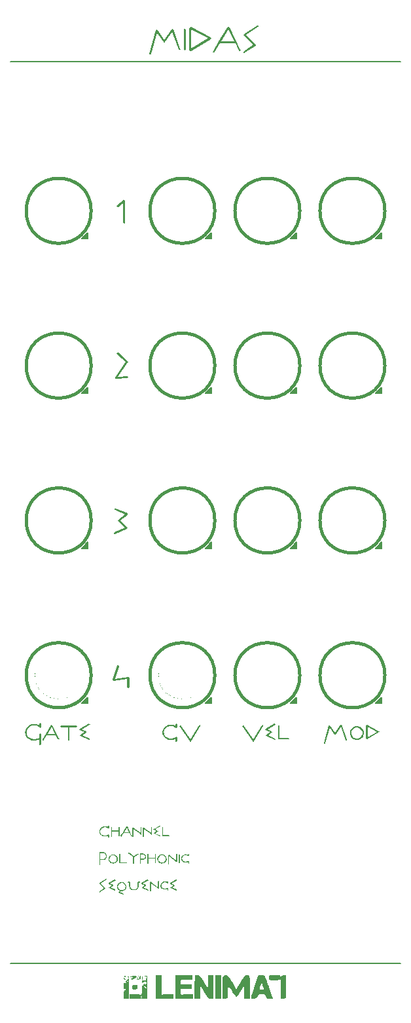
<source format=gto>
G04 #@! TF.GenerationSoftware,KiCad,Pcbnew,8.0.5*
G04 #@! TF.CreationDate,2024-11-24T11:51:28+01:00*
G04 #@! TF.ProjectId,midi-2-cv-panel,6d696469-2d32-42d6-9376-2d70616e656c,rev?*
G04 #@! TF.SameCoordinates,Original*
G04 #@! TF.FileFunction,Legend,Top*
G04 #@! TF.FilePolarity,Positive*
%FSLAX46Y46*%
G04 Gerber Fmt 4.6, Leading zero omitted, Abs format (unit mm)*
G04 Created by KiCad (PCBNEW 8.0.5) date 2024-11-24 11:51:28*
%MOMM*%
%LPD*%
G01*
G04 APERTURE LIST*
%ADD10C,0.150000*%
%ADD11C,0.400000*%
%ADD12C,0.000000*%
%ADD13C,6.200000*%
%ADD14O,7.000000X3.200000*%
%ADD15C,6.500000*%
%ADD16C,3.200000*%
%ADD17C,16.200000*%
G04 APERTURE END LIST*
D10*
X50000000Y-56000000D02*
X100500000Y-56000000D01*
X59250000Y-135250000D02*
G75*
G02*
X53250000Y-135250000I-3000000J0D01*
G01*
X53250000Y-135250000D02*
G75*
G02*
X59250000Y-135250000I3000000J0D01*
G01*
X75250000Y-135250000D02*
G75*
G02*
X69250000Y-135250000I-3000000J0D01*
G01*
X69250000Y-135250000D02*
G75*
G02*
X75250000Y-135250000I3000000J0D01*
G01*
X50000000Y-172500000D02*
X100500000Y-172500000D01*
G36*
X62765666Y-156158534D02*
G01*
X62701186Y-156222526D01*
X62636706Y-156154138D01*
X62636706Y-155958255D01*
X62539894Y-156005485D01*
X62439968Y-156039221D01*
X62336928Y-156059463D01*
X62230774Y-156066210D01*
X62124259Y-156059856D01*
X62023068Y-156040794D01*
X61927201Y-156009023D01*
X61836658Y-155964544D01*
X61751438Y-155907357D01*
X61724214Y-155885471D01*
X61648016Y-155809169D01*
X61587583Y-155726446D01*
X61542916Y-155637299D01*
X61514013Y-155541729D01*
X61500875Y-155439737D01*
X61500000Y-155404312D01*
X61507882Y-155302045D01*
X61531530Y-155206269D01*
X61579044Y-155102736D01*
X61636849Y-155021025D01*
X61710420Y-154945806D01*
X61724214Y-154933900D01*
X61807660Y-154872477D01*
X61896429Y-154823762D01*
X61990521Y-154787755D01*
X62089938Y-154764457D01*
X62194678Y-154753867D01*
X62230774Y-154753161D01*
X62336928Y-154759877D01*
X62439968Y-154780027D01*
X62539894Y-154813611D01*
X62636706Y-154860628D01*
X62636706Y-154699427D01*
X62701186Y-154628108D01*
X62765666Y-154694542D01*
X62765666Y-154971025D01*
X62698255Y-155034528D01*
X62659176Y-155022316D01*
X62577401Y-154966167D01*
X62488941Y-154923808D01*
X62393795Y-154895241D01*
X62291965Y-154880465D01*
X62230774Y-154878213D01*
X62130643Y-154885249D01*
X62022734Y-154910520D01*
X61921785Y-154954171D01*
X61839165Y-155007442D01*
X61816538Y-155025247D01*
X61743449Y-155097669D01*
X61681899Y-155188222D01*
X61643797Y-155287079D01*
X61629143Y-155394241D01*
X61628960Y-155408220D01*
X61637936Y-155506468D01*
X61670176Y-155609706D01*
X61725863Y-155703297D01*
X61793824Y-155777275D01*
X61816538Y-155797055D01*
X61896634Y-155853204D01*
X61995384Y-155900488D01*
X62101828Y-155929759D01*
X62201278Y-155940595D01*
X62230774Y-155941158D01*
X62337427Y-155934519D01*
X62436833Y-155914604D01*
X62528993Y-155881412D01*
X62625446Y-155827221D01*
X62659176Y-155802428D01*
X62698255Y-155784842D01*
X62765666Y-155851765D01*
X62765666Y-156158534D01*
G37*
G36*
X64074808Y-156017362D02*
G01*
X64016189Y-155953859D01*
X64016189Y-155440949D01*
X63173063Y-155440949D01*
X63173063Y-156033482D01*
X63108583Y-156097473D01*
X63041660Y-156032993D01*
X63041660Y-154848904D01*
X63108583Y-154784424D01*
X63173063Y-154850369D01*
X63173063Y-155315896D01*
X64016189Y-155315896D01*
X64016189Y-154852812D01*
X64074808Y-154784424D01*
X64142219Y-154849881D01*
X64142219Y-155951905D01*
X64074808Y-156017362D01*
G37*
G36*
X65154849Y-154820083D02*
G01*
X65711723Y-155938715D01*
X65722958Y-155972421D01*
X65680949Y-156022735D01*
X65641870Y-156031039D01*
X65596929Y-155990495D01*
X65431821Y-155659790D01*
X64642428Y-155659790D01*
X64387438Y-156064256D01*
X64334193Y-156097473D01*
X64285833Y-156077934D01*
X64258967Y-156037390D01*
X64272644Y-156003196D01*
X64569876Y-155534738D01*
X64726448Y-155534738D01*
X65367341Y-155534738D01*
X65087438Y-154959302D01*
X64726448Y-155534738D01*
X64569876Y-155534738D01*
X65040055Y-154793705D01*
X65090369Y-154784424D01*
X65154849Y-154820083D01*
G37*
G36*
X66847452Y-155832226D02*
G01*
X65920307Y-155106336D01*
X65920307Y-156095031D01*
X65855826Y-156160000D01*
X65788904Y-156095519D01*
X65788904Y-154975910D01*
X65856315Y-154913872D01*
X65895394Y-154928039D01*
X66822051Y-155653440D01*
X66822051Y-154850369D01*
X66886531Y-154784424D01*
X66953942Y-154849881D01*
X66953942Y-155783866D01*
X66889462Y-155846392D01*
X66847452Y-155832226D01*
G37*
G36*
X68207397Y-155832226D02*
G01*
X67280251Y-155106336D01*
X67280251Y-156095031D01*
X67215771Y-156160000D01*
X67148848Y-156095519D01*
X67148848Y-154975910D01*
X67216259Y-154913872D01*
X67255338Y-154928039D01*
X68181995Y-155653440D01*
X68181995Y-154850369D01*
X68246475Y-154784424D01*
X68313886Y-154849881D01*
X68313886Y-155783866D01*
X68249406Y-155846392D01*
X68207397Y-155832226D01*
G37*
G36*
X69326517Y-156052044D02*
G01*
X68606978Y-155739902D01*
X68567411Y-155682260D01*
X68589881Y-155635366D01*
X68928890Y-155404312D01*
X68539567Y-155202079D01*
X68508792Y-155150788D01*
X68539567Y-155099009D01*
X69318213Y-154678911D01*
X69360223Y-154659371D01*
X69410537Y-154696008D01*
X69421772Y-154736064D01*
X69385136Y-154786866D01*
X68712979Y-155148346D01*
X69085694Y-155339832D01*
X69119399Y-155393077D01*
X69093998Y-155445833D01*
X68763782Y-155672002D01*
X69376831Y-155936273D01*
X69418841Y-155984145D01*
X69410537Y-156018339D01*
X69362665Y-156066210D01*
X69326517Y-156052044D01*
G37*
G36*
X70532100Y-156034947D02*
G01*
X69684089Y-156034947D01*
X69616678Y-155970956D01*
X69616678Y-154848415D01*
X69683600Y-154784424D01*
X69748080Y-154848904D01*
X69748080Y-155909895D01*
X70532100Y-155909895D01*
X70599511Y-155972421D01*
X70532100Y-156034947D01*
G37*
G36*
X65380252Y-136782016D02*
G01*
X65246406Y-136910000D01*
X65117446Y-136781039D01*
X65117446Y-135756196D01*
X63364760Y-135969176D01*
X63271947Y-135935959D01*
X63229938Y-135840216D01*
X63235799Y-135806999D01*
X63834683Y-134009371D01*
X63930426Y-133908743D01*
X63997837Y-133920467D01*
X64075995Y-134093391D01*
X63543545Y-135695624D01*
X65234683Y-135489483D01*
X65329449Y-135517815D01*
X65380252Y-135617466D01*
X65380252Y-136782016D01*
G37*
G36*
X71569295Y-143742801D02*
G01*
X71472575Y-143838789D01*
X71375855Y-143736207D01*
X71375855Y-143442383D01*
X71230637Y-143513228D01*
X71080748Y-143563832D01*
X70926188Y-143594195D01*
X70766957Y-143604316D01*
X70607185Y-143594784D01*
X70455399Y-143566191D01*
X70311598Y-143518535D01*
X70175783Y-143451816D01*
X70047953Y-143366036D01*
X70007118Y-143333206D01*
X69892821Y-143218754D01*
X69802171Y-143094669D01*
X69735170Y-142960948D01*
X69691816Y-142817594D01*
X69672109Y-142664606D01*
X69670796Y-142611468D01*
X69682619Y-142458068D01*
X69718091Y-142314404D01*
X69789362Y-142159104D01*
X69876070Y-142036538D01*
X69986426Y-141923709D01*
X70007118Y-141905851D01*
X70132286Y-141813716D01*
X70265439Y-141740643D01*
X70406578Y-141686633D01*
X70555703Y-141651686D01*
X70712813Y-141635800D01*
X70766957Y-141634741D01*
X70926188Y-141644816D01*
X71080748Y-141675041D01*
X71230637Y-141725416D01*
X71375855Y-141795942D01*
X71375855Y-141554141D01*
X71472575Y-141447163D01*
X71569295Y-141546814D01*
X71569295Y-141961538D01*
X71468179Y-142056793D01*
X71409560Y-142038475D01*
X71286898Y-141954250D01*
X71154207Y-141890713D01*
X71011489Y-141847862D01*
X70858743Y-141825697D01*
X70766957Y-141822320D01*
X70616761Y-141832874D01*
X70454897Y-141870781D01*
X70303474Y-141936257D01*
X70179544Y-142016164D01*
X70145604Y-142042871D01*
X70035969Y-142151504D01*
X69943645Y-142287333D01*
X69886492Y-142435619D01*
X69864511Y-142596362D01*
X69864236Y-142617330D01*
X69877700Y-142764702D01*
X69926060Y-142919559D01*
X70009591Y-143059946D01*
X70111532Y-143170912D01*
X70145604Y-143200582D01*
X70265747Y-143284807D01*
X70413872Y-143355732D01*
X70573539Y-143399639D01*
X70722713Y-143415893D01*
X70766957Y-143416737D01*
X70926936Y-143406779D01*
X71076046Y-143376906D01*
X71214286Y-143327118D01*
X71358966Y-143245831D01*
X71409560Y-143208642D01*
X71468179Y-143182264D01*
X71569295Y-143282648D01*
X71569295Y-143742801D01*
G37*
G36*
X74574948Y-141809131D02*
G01*
X73382066Y-143745000D01*
X73302198Y-143838789D01*
X73222331Y-143791161D01*
X71920272Y-141892662D01*
X71895359Y-141817191D01*
X71945918Y-141724867D01*
X72012596Y-141681636D01*
X72080007Y-141787882D01*
X73293405Y-143520052D01*
X74402756Y-141717540D01*
X74482624Y-141681636D01*
X74536846Y-141699221D01*
X74595464Y-141764434D01*
X74574948Y-141809131D01*
G37*
G36*
X82704117Y-141809131D02*
G01*
X81511235Y-143745000D01*
X81431368Y-143838789D01*
X81351500Y-143791161D01*
X80049442Y-141892662D01*
X80024529Y-141817191D01*
X80075087Y-141724867D01*
X80141766Y-141681636D01*
X80209177Y-141787882D01*
X81422575Y-143520052D01*
X82531926Y-141717540D01*
X82611794Y-141681636D01*
X82666015Y-141699221D01*
X82724634Y-141764434D01*
X82704117Y-141809131D01*
G37*
G36*
X84184962Y-143583066D02*
G01*
X83105653Y-143114853D01*
X83046302Y-143028391D01*
X83080007Y-142958049D01*
X83588521Y-142611468D01*
X83004536Y-142308119D01*
X82958374Y-142231182D01*
X83004536Y-142153513D01*
X84172505Y-141523367D01*
X84235520Y-141494057D01*
X84310991Y-141549012D01*
X84327844Y-141609096D01*
X84272889Y-141685300D01*
X83264655Y-142227519D01*
X83823727Y-142514748D01*
X83874285Y-142594616D01*
X83836183Y-142673750D01*
X83340858Y-143013004D01*
X84260433Y-143409410D01*
X84323447Y-143481217D01*
X84310991Y-143532508D01*
X84239184Y-143604316D01*
X84184962Y-143583066D01*
G37*
G36*
X85993336Y-143557421D02*
G01*
X84721319Y-143557421D01*
X84620202Y-143461434D01*
X84620202Y-141777623D01*
X84720586Y-141681636D01*
X84817306Y-141778356D01*
X84817306Y-143369842D01*
X85993336Y-143369842D01*
X86094452Y-143463632D01*
X85993336Y-143557421D01*
G37*
G36*
X53952896Y-144161189D02*
G01*
X53856908Y-144260840D01*
X53760188Y-144164120D01*
X53760188Y-143510526D01*
X53620345Y-143583616D01*
X53476505Y-143638754D01*
X53328668Y-143675940D01*
X53176833Y-143695174D01*
X53088276Y-143698105D01*
X52918758Y-143687466D01*
X52756968Y-143655549D01*
X52602906Y-143602355D01*
X52456573Y-143527883D01*
X52317967Y-143432133D01*
X52273482Y-143395488D01*
X52168149Y-143292148D01*
X52065315Y-143158882D01*
X51988189Y-143015520D01*
X51936773Y-142862059D01*
X51911064Y-142698500D01*
X51907851Y-142612934D01*
X51920705Y-142446198D01*
X51959267Y-142289457D01*
X52023539Y-142142711D01*
X52113518Y-142005960D01*
X52229206Y-141879204D01*
X52273482Y-141839173D01*
X52408396Y-141737824D01*
X52551553Y-141657444D01*
X52702953Y-141598033D01*
X52862596Y-141559591D01*
X53030482Y-141542117D01*
X53088276Y-141540952D01*
X53252412Y-141549928D01*
X53406942Y-141576856D01*
X53551864Y-141621735D01*
X53687179Y-141684567D01*
X53760188Y-141728531D01*
X53760188Y-141490394D01*
X53856908Y-141400268D01*
X53952896Y-141499919D01*
X53952896Y-141952745D01*
X53860572Y-142056793D01*
X53793161Y-142028217D01*
X53682651Y-141929358D01*
X53541090Y-141839875D01*
X53385924Y-141778230D01*
X53242098Y-141747550D01*
X53088276Y-141737323D01*
X52925182Y-141748789D01*
X52770573Y-141783185D01*
X52624448Y-141840511D01*
X52486809Y-141920769D01*
X52411968Y-141976926D01*
X52290913Y-142096197D01*
X52199591Y-142226408D01*
X52138002Y-142367559D01*
X52106145Y-142519648D01*
X52101291Y-142611468D01*
X52116157Y-142774377D01*
X52160756Y-142925225D01*
X52235088Y-143064011D01*
X52339153Y-143190736D01*
X52411968Y-143257735D01*
X52544758Y-143352809D01*
X52686034Y-143424531D01*
X52835795Y-143472902D01*
X52994040Y-143497921D01*
X53088276Y-143501734D01*
X53253915Y-143490058D01*
X53409105Y-143455031D01*
X53553847Y-143396652D01*
X53688140Y-143314922D01*
X53760188Y-143257735D01*
X53760188Y-142879647D01*
X53856908Y-142782927D01*
X53952896Y-142878182D01*
X53952896Y-144161189D01*
G37*
G36*
X55473308Y-141735125D02*
G01*
X56308618Y-143413073D01*
X56325471Y-143463632D01*
X56262456Y-143539103D01*
X56203838Y-143551559D01*
X56136427Y-143490743D01*
X55888765Y-142994685D01*
X54704675Y-142994685D01*
X54322191Y-143601385D01*
X54242324Y-143651210D01*
X54169784Y-143621901D01*
X54129483Y-143561085D01*
X54150000Y-143509794D01*
X54595848Y-142807107D01*
X54830705Y-142807107D01*
X55792044Y-142807107D01*
X55372191Y-141943953D01*
X54830705Y-142807107D01*
X54595848Y-142807107D01*
X55301116Y-141695558D01*
X55376587Y-141681636D01*
X55473308Y-141735125D01*
G37*
G36*
X58541242Y-141963004D02*
G01*
X57663433Y-141963004D01*
X57663433Y-143596256D01*
X57566713Y-143698105D01*
X57466329Y-143596256D01*
X57466329Y-141963004D01*
X56525506Y-141963004D01*
X56424389Y-141867016D01*
X56525506Y-141775425D01*
X58541242Y-141775425D01*
X58637962Y-141867016D01*
X58541242Y-141963004D01*
G37*
G36*
X60156908Y-143583066D02*
G01*
X59077599Y-143114853D01*
X59018248Y-143028391D01*
X59051954Y-142958049D01*
X59560467Y-142611468D01*
X58976483Y-142308119D01*
X58930321Y-142231182D01*
X58976483Y-142153513D01*
X60144452Y-141523367D01*
X60207467Y-141494057D01*
X60282938Y-141549012D01*
X60299790Y-141609096D01*
X60244836Y-141685300D01*
X59236601Y-142227519D01*
X59795673Y-142514748D01*
X59846232Y-142594616D01*
X59808130Y-142673750D01*
X59312805Y-143013004D01*
X60232379Y-143409410D01*
X60295394Y-143481217D01*
X60282938Y-143532508D01*
X60211130Y-143604316D01*
X60156908Y-143583066D01*
G37*
G36*
X65203420Y-94815373D02*
G01*
X63920656Y-96680411D01*
X65152617Y-96597369D01*
X65281578Y-96713628D01*
X65152617Y-96847473D01*
X63674460Y-96972526D01*
X63534753Y-96835750D01*
X63562108Y-96746845D01*
X64923029Y-94765547D01*
X63820028Y-93785645D01*
X63764341Y-93689902D01*
X63808305Y-93591228D01*
X63893301Y-93533586D01*
X63982206Y-93590251D01*
X65186811Y-94653196D01*
X65225890Y-94737215D01*
X65203420Y-94815373D01*
G37*
G36*
X62477459Y-161540181D02*
G01*
X62496999Y-161580237D01*
X62460362Y-161625666D01*
X61690509Y-162144926D01*
X62306489Y-162741367D01*
X62328960Y-162789727D01*
X62298185Y-162843461D01*
X61600628Y-163280167D01*
X61561549Y-163316315D01*
X61519539Y-163274794D01*
X61500000Y-163221060D01*
X61536636Y-163173189D01*
X62160921Y-162780935D01*
X61544940Y-162185471D01*
X61522470Y-162141018D01*
X61550314Y-162087773D01*
X62387578Y-161519176D01*
X62429588Y-161503056D01*
X62477459Y-161540181D01*
G37*
G36*
X63509630Y-163052044D02*
G01*
X62790090Y-162739902D01*
X62750523Y-162682260D01*
X62772993Y-162635366D01*
X63112002Y-162404312D01*
X62722679Y-162202079D01*
X62691905Y-162150788D01*
X62722679Y-162099009D01*
X63501325Y-161678911D01*
X63543335Y-161659371D01*
X63593649Y-161696008D01*
X63604884Y-161736064D01*
X63568248Y-161786866D01*
X62896092Y-162148346D01*
X63268806Y-162339832D01*
X63302512Y-162393077D01*
X63277110Y-162445833D01*
X62946894Y-162672002D01*
X63559944Y-162936273D01*
X63601953Y-162984145D01*
X63593649Y-163018339D01*
X63545778Y-163066210D01*
X63509630Y-163052044D01*
G37*
G36*
X64509044Y-161949178D02*
G01*
X64607148Y-161974492D01*
X64698848Y-162016684D01*
X64784142Y-162075752D01*
X64830006Y-162117083D01*
X64899860Y-162197105D01*
X64952557Y-162283297D01*
X64988097Y-162375661D01*
X65006480Y-162474196D01*
X65009281Y-162533272D01*
X65000772Y-162637571D01*
X64975247Y-162735044D01*
X64932705Y-162825691D01*
X64873146Y-162909513D01*
X64831472Y-162954347D01*
X64750268Y-163022298D01*
X64662238Y-163073559D01*
X64567383Y-163108130D01*
X64465703Y-163126012D01*
X64404535Y-163128736D01*
X64308486Y-163110858D01*
X64306350Y-163109685D01*
X64138799Y-163244996D01*
X64600418Y-163429155D01*
X64639986Y-163484842D01*
X64584515Y-163566340D01*
X64580879Y-163566420D01*
X64547173Y-163554696D01*
X63990300Y-163319734D01*
X63953663Y-163262093D01*
X63973203Y-163215687D01*
X64158339Y-163068164D01*
X64071940Y-163021822D01*
X63987905Y-162956373D01*
X63916464Y-162876230D01*
X63897487Y-162849323D01*
X63845967Y-162754755D01*
X63813529Y-162654844D01*
X63800172Y-162549591D01*
X63799910Y-162534738D01*
X63931193Y-162534738D01*
X63942167Y-162641114D01*
X63975088Y-162737675D01*
X64029957Y-162824422D01*
X64069923Y-162868374D01*
X64152479Y-162933782D01*
X64244077Y-162977785D01*
X64344717Y-163000381D01*
X64404535Y-163003684D01*
X64511499Y-162992981D01*
X64608726Y-162960871D01*
X64696216Y-162907355D01*
X64740614Y-162868374D01*
X64806967Y-162787079D01*
X64851605Y-162695971D01*
X64874527Y-162595047D01*
X64877878Y-162534738D01*
X64866904Y-162431002D01*
X64833983Y-162335768D01*
X64779114Y-162249034D01*
X64739148Y-162204521D01*
X64656592Y-162137460D01*
X64564993Y-162092345D01*
X64464353Y-162069179D01*
X64404535Y-162065792D01*
X64299937Y-162076765D01*
X64203762Y-162109687D01*
X64116011Y-162164555D01*
X64070900Y-162204521D01*
X64003366Y-162286533D01*
X63957934Y-162377045D01*
X63934604Y-162476058D01*
X63931193Y-162534738D01*
X63799910Y-162534738D01*
X63799790Y-162527899D01*
X63808299Y-162425788D01*
X63833824Y-162330175D01*
X63876366Y-162241060D01*
X63935925Y-162158444D01*
X63977599Y-162114152D01*
X64058803Y-162046582D01*
X64146833Y-161995608D01*
X64241687Y-161961230D01*
X64343368Y-161943449D01*
X64404535Y-161940739D01*
X64509044Y-161949178D01*
G37*
G36*
X66744870Y-162034528D02*
G01*
X66596371Y-162034528D01*
X66596371Y-162482470D01*
X66587582Y-162582691D01*
X66556013Y-162687784D01*
X66501486Y-162782802D01*
X66434941Y-162857678D01*
X66412700Y-162877655D01*
X66329683Y-162938944D01*
X66240915Y-162985179D01*
X66146398Y-163016361D01*
X66046130Y-163032489D01*
X65986252Y-163034947D01*
X65882695Y-163027631D01*
X65785309Y-163005682D01*
X65694094Y-162969100D01*
X65609050Y-162917886D01*
X65563224Y-162882051D01*
X65490134Y-162807666D01*
X65434996Y-162725988D01*
X65393963Y-162623711D01*
X65377294Y-162526405D01*
X65375645Y-162482470D01*
X65375645Y-162034528D01*
X65227145Y-162034528D01*
X65159734Y-161972002D01*
X65227145Y-161909476D01*
X65439637Y-161909476D01*
X65507048Y-161974445D01*
X65507048Y-162487843D01*
X65518794Y-162586487D01*
X65559400Y-162684489D01*
X65620743Y-162762250D01*
X65655547Y-162793635D01*
X65738151Y-162849835D01*
X65828792Y-162887642D01*
X65927470Y-162907056D01*
X65985764Y-162909895D01*
X66087954Y-162900505D01*
X66183497Y-162872337D01*
X66272395Y-162825389D01*
X66318911Y-162791193D01*
X66389279Y-162719009D01*
X66440455Y-162626750D01*
X66463200Y-162521802D01*
X66464480Y-162487843D01*
X66464480Y-161974445D01*
X66531891Y-161909476D01*
X66744382Y-161909476D01*
X66811793Y-161972002D01*
X66744870Y-162034528D01*
G37*
G36*
X67757501Y-163052044D02*
G01*
X67037962Y-162739902D01*
X66998394Y-162682260D01*
X67020865Y-162635366D01*
X67359874Y-162404312D01*
X66970551Y-162202079D01*
X66939776Y-162150788D01*
X66970551Y-162099009D01*
X67749197Y-161678911D01*
X67791207Y-161659371D01*
X67841521Y-161696008D01*
X67852756Y-161736064D01*
X67816120Y-161786866D01*
X67143963Y-162148346D01*
X67516678Y-162339832D01*
X67550383Y-162393077D01*
X67524982Y-162445833D01*
X67194766Y-162672002D01*
X67807815Y-162936273D01*
X67849825Y-162984145D01*
X67841521Y-163018339D01*
X67793649Y-163066210D01*
X67757501Y-163052044D01*
G37*
G36*
X69106210Y-162832226D02*
G01*
X68179064Y-162106336D01*
X68179064Y-163095031D01*
X68114584Y-163160000D01*
X68047662Y-163095519D01*
X68047662Y-161975910D01*
X68115073Y-161913872D01*
X68154152Y-161928039D01*
X69080809Y-162653440D01*
X69080809Y-161850369D01*
X69145289Y-161784424D01*
X69212700Y-161849881D01*
X69212700Y-162783866D01*
X69148220Y-162846392D01*
X69106210Y-162832226D01*
G37*
G36*
X70382135Y-163066210D02*
G01*
X70317655Y-162997334D01*
X70317655Y-162865931D01*
X70223507Y-162905601D01*
X70126687Y-162930579D01*
X70027197Y-162940864D01*
X70006978Y-162941158D01*
X69905655Y-162934169D01*
X69797127Y-162909065D01*
X69696354Y-162865705D01*
X69603336Y-162804087D01*
X69592254Y-162795101D01*
X69520306Y-162722853D01*
X69459718Y-162631353D01*
X69422212Y-162530328D01*
X69407786Y-162419778D01*
X69407606Y-162405289D01*
X69419146Y-162296296D01*
X69453768Y-162196461D01*
X69511470Y-162105786D01*
X69580893Y-162033959D01*
X69592254Y-162024270D01*
X69672372Y-161967359D01*
X69771207Y-161919434D01*
X69877796Y-161889766D01*
X69977423Y-161878784D01*
X70006978Y-161878213D01*
X70107003Y-161886370D01*
X70204357Y-161910842D01*
X70299039Y-161951629D01*
X70317655Y-161961744D01*
X70317655Y-161858674D01*
X70382135Y-161784424D01*
X70449057Y-161850369D01*
X70449057Y-162062372D01*
X70381646Y-162128318D01*
X70339637Y-162115617D01*
X70256801Y-162061306D01*
X70165465Y-162024770D01*
X70065628Y-162006008D01*
X70006489Y-162003265D01*
X69906373Y-162012153D01*
X69803925Y-162042874D01*
X69710731Y-162095539D01*
X69684577Y-162115617D01*
X69614210Y-162187741D01*
X69563033Y-162277214D01*
X69540288Y-162376514D01*
X69539009Y-162408220D01*
X69553224Y-162513273D01*
X69595871Y-162606782D01*
X69666950Y-162688746D01*
X69684577Y-162703754D01*
X69774995Y-162763002D01*
X69874667Y-162800306D01*
X69972284Y-162815118D01*
X70006489Y-162816106D01*
X70112234Y-162807450D01*
X70208551Y-162781484D01*
X70304511Y-162732330D01*
X70339637Y-162706685D01*
X70379204Y-162691053D01*
X70449057Y-162758953D01*
X70449057Y-163001242D01*
X70382135Y-163066210D01*
G37*
G36*
X71462177Y-163052044D02*
G01*
X70742637Y-162739902D01*
X70703070Y-162682260D01*
X70725540Y-162635366D01*
X71064549Y-162404312D01*
X70675226Y-162202079D01*
X70644452Y-162150788D01*
X70675226Y-162099009D01*
X71453872Y-161678911D01*
X71495882Y-161659371D01*
X71546196Y-161696008D01*
X71557431Y-161736064D01*
X71520795Y-161786866D01*
X70848639Y-162148346D01*
X71221353Y-162339832D01*
X71255059Y-162393077D01*
X71229658Y-162445833D01*
X70899441Y-162672002D01*
X71512491Y-162936273D01*
X71554501Y-162984145D01*
X71546196Y-163018339D01*
X71498325Y-163066210D01*
X71462177Y-163052044D01*
G37*
G36*
X62095433Y-158105913D02*
G01*
X62198091Y-158137791D01*
X62290780Y-158192621D01*
X62347034Y-158241926D01*
X62410079Y-158317977D01*
X62459474Y-158412512D01*
X62486071Y-158516552D01*
X62491137Y-158591193D01*
X62482039Y-158692737D01*
X62450054Y-158797485D01*
X62395039Y-158892188D01*
X62345568Y-158949741D01*
X62269120Y-159014282D01*
X62174358Y-159064849D01*
X62070322Y-159092078D01*
X61995812Y-159097264D01*
X61628960Y-159097264D01*
X61628960Y-159689309D01*
X61564480Y-159753789D01*
X61500000Y-159687355D01*
X61503868Y-158972212D01*
X61628960Y-158972212D01*
X61995812Y-158972212D01*
X62094794Y-158959109D01*
X62191846Y-158914928D01*
X62257152Y-158861325D01*
X62320284Y-158779896D01*
X62357210Y-158688077D01*
X62368039Y-158595589D01*
X62354936Y-158495993D01*
X62315627Y-158406095D01*
X62257152Y-158332784D01*
X62176463Y-158269652D01*
X62077510Y-158230669D01*
X61995812Y-158221898D01*
X61628960Y-158221898D01*
X61628960Y-158972212D01*
X61503868Y-158972212D01*
X61508304Y-158152044D01*
X61529309Y-158114919D01*
X61572784Y-158096845D01*
X61995812Y-158096845D01*
X62095433Y-158105913D01*
G37*
G36*
X63399394Y-158386371D02*
G01*
X63499959Y-158410844D01*
X63592483Y-158451633D01*
X63676967Y-158508738D01*
X63721632Y-158548695D01*
X63789393Y-158627064D01*
X63840510Y-158713427D01*
X63874985Y-158807784D01*
X63892816Y-158910136D01*
X63895533Y-158972212D01*
X63887025Y-159075939D01*
X63861500Y-159172981D01*
X63818957Y-159263338D01*
X63759398Y-159347010D01*
X63717725Y-159391821D01*
X63636520Y-159459771D01*
X63548491Y-159511032D01*
X63453636Y-159545604D01*
X63351956Y-159563485D01*
X63290788Y-159566210D01*
X63185207Y-159557865D01*
X63086452Y-159532831D01*
X62994522Y-159491107D01*
X62909418Y-159432693D01*
X62863852Y-159391821D01*
X62794569Y-159311969D01*
X62742303Y-159225432D01*
X62707053Y-159132210D01*
X62688821Y-159032303D01*
X62686246Y-158976608D01*
X62817445Y-158976608D01*
X62828496Y-159078691D01*
X62861650Y-159172813D01*
X62916905Y-159258976D01*
X62957152Y-159303405D01*
X63040224Y-159369995D01*
X63131719Y-159414791D01*
X63231638Y-159437795D01*
X63290788Y-159441158D01*
X63397945Y-159430261D01*
X63495752Y-159397572D01*
X63584207Y-159343090D01*
X63629309Y-159303405D01*
X63697079Y-159221664D01*
X63742670Y-159131964D01*
X63766081Y-159034303D01*
X63769504Y-158976608D01*
X63758105Y-158875281D01*
X63723909Y-158780678D01*
X63666915Y-158692797D01*
X63625401Y-158646880D01*
X63550449Y-158584049D01*
X63459194Y-158534821D01*
X63360598Y-158508314D01*
X63290788Y-158503265D01*
X63186190Y-158514316D01*
X63090015Y-158547470D01*
X63002263Y-158602725D01*
X62957152Y-158642972D01*
X62889618Y-158725649D01*
X62844186Y-158817058D01*
X62820856Y-158917200D01*
X62817445Y-158976608D01*
X62686246Y-158976608D01*
X62686043Y-158972212D01*
X62694551Y-158868508D01*
X62720076Y-158771536D01*
X62762619Y-158681296D01*
X62822178Y-158597787D01*
X62863852Y-158553091D01*
X62945056Y-158484950D01*
X63033085Y-158433545D01*
X63127940Y-158398877D01*
X63229620Y-158380946D01*
X63290788Y-158378213D01*
X63399394Y-158386371D01*
G37*
G36*
X65006350Y-159534947D02*
G01*
X64158339Y-159534947D01*
X64090928Y-159470956D01*
X64090928Y-158348415D01*
X64157850Y-158284424D01*
X64222330Y-158348904D01*
X64222330Y-159409895D01*
X65006350Y-159409895D01*
X65073761Y-159472421D01*
X65006350Y-159534947D01*
G37*
G36*
X66585136Y-158386029D02*
G01*
X66546057Y-158405080D01*
X66436056Y-158445746D01*
X66348167Y-158493068D01*
X66263712Y-158552602D01*
X66182692Y-158624349D01*
X66105107Y-158708307D01*
X66030956Y-158804478D01*
X66016538Y-158825177D01*
X66016538Y-159508569D01*
X65952058Y-159566210D01*
X65885136Y-159506615D01*
X65885136Y-158810523D01*
X65879762Y-158790495D01*
X65820442Y-158699797D01*
X65756053Y-158616014D01*
X65686597Y-158539146D01*
X65612072Y-158469193D01*
X65532479Y-158406156D01*
X65447819Y-158350034D01*
X65358090Y-158300826D01*
X65263293Y-158258534D01*
X65224214Y-158207243D01*
X65274528Y-158128108D01*
X65313607Y-158136901D01*
X65413671Y-158181697D01*
X65507964Y-158232797D01*
X65596486Y-158290202D01*
X65679239Y-158353911D01*
X65756221Y-158423925D01*
X65827433Y-158500243D01*
X65892875Y-158582866D01*
X65952547Y-158671793D01*
X66029581Y-158582995D01*
X66110169Y-158504668D01*
X66194311Y-158436812D01*
X66282007Y-158379427D01*
X66373257Y-158332512D01*
X66468061Y-158296069D01*
X66506978Y-158284424D01*
X66588066Y-158325457D01*
X66585136Y-158386029D01*
G37*
G36*
X67250192Y-158295396D02*
G01*
X67342708Y-158328311D01*
X67424444Y-158383170D01*
X67439497Y-158396775D01*
X67502351Y-158471861D01*
X67544604Y-158565695D01*
X67558688Y-158671304D01*
X67544430Y-158777375D01*
X67501659Y-158872595D01*
X67438032Y-158949741D01*
X67357966Y-159011050D01*
X67267978Y-159049652D01*
X67168067Y-159065547D01*
X67146894Y-159066001D01*
X66869923Y-159066001D01*
X66869923Y-159533482D01*
X66805443Y-159597473D01*
X66738520Y-159534459D01*
X66741188Y-158940949D01*
X66869923Y-158940949D01*
X67147383Y-158940949D01*
X67243941Y-158925895D01*
X67333077Y-158876357D01*
X67349127Y-158862302D01*
X67409434Y-158781459D01*
X67433065Y-158680556D01*
X67433147Y-158673747D01*
X67412142Y-158574218D01*
X67354296Y-158493553D01*
X67349127Y-158488611D01*
X67262953Y-158431810D01*
X67161967Y-158409785D01*
X67147383Y-158409476D01*
X66869923Y-158409476D01*
X66869923Y-158940949D01*
X66741188Y-158940949D01*
X66743893Y-158339134D01*
X66764898Y-158302498D01*
X66811304Y-158284424D01*
X67146894Y-158284424D01*
X67250192Y-158295396D01*
G37*
G36*
X68742777Y-159517362D02*
G01*
X68684159Y-159453859D01*
X68684159Y-158940949D01*
X67841032Y-158940949D01*
X67841032Y-159533482D01*
X67776552Y-159597473D01*
X67709630Y-159532993D01*
X67709630Y-158348904D01*
X67776552Y-158284424D01*
X67841032Y-158350369D01*
X67841032Y-158815896D01*
X68684159Y-158815896D01*
X68684159Y-158352812D01*
X68742777Y-158284424D01*
X68810188Y-158349881D01*
X68810188Y-159451905D01*
X68742777Y-159517362D01*
G37*
G36*
X69718445Y-158386371D02*
G01*
X69819010Y-158410844D01*
X69911534Y-158451633D01*
X69996017Y-158508738D01*
X70040683Y-158548695D01*
X70108444Y-158627064D01*
X70159561Y-158713427D01*
X70194035Y-158807784D01*
X70211867Y-158910136D01*
X70214584Y-158972212D01*
X70206076Y-159075939D01*
X70180551Y-159172981D01*
X70138008Y-159263338D01*
X70078449Y-159347010D01*
X70036775Y-159391821D01*
X69955571Y-159459771D01*
X69867542Y-159511032D01*
X69772687Y-159545604D01*
X69671007Y-159563485D01*
X69609839Y-159566210D01*
X69504258Y-159557865D01*
X69405503Y-159532831D01*
X69313573Y-159491107D01*
X69228469Y-159432693D01*
X69182903Y-159391821D01*
X69113620Y-159311969D01*
X69061354Y-159225432D01*
X69026104Y-159132210D01*
X69007872Y-159032303D01*
X69005297Y-158976608D01*
X69136496Y-158976608D01*
X69147547Y-159078691D01*
X69180700Y-159172813D01*
X69235956Y-159258976D01*
X69276203Y-159303405D01*
X69359275Y-159369995D01*
X69450770Y-159414791D01*
X69550689Y-159437795D01*
X69609839Y-159441158D01*
X69716996Y-159430261D01*
X69814803Y-159397572D01*
X69903258Y-159343090D01*
X69948360Y-159303405D01*
X70016130Y-159221664D01*
X70061721Y-159131964D01*
X70085132Y-159034303D01*
X70088555Y-158976608D01*
X70077156Y-158875281D01*
X70042960Y-158780678D01*
X69985966Y-158692797D01*
X69944452Y-158646880D01*
X69869500Y-158584049D01*
X69778245Y-158534821D01*
X69679649Y-158508314D01*
X69609839Y-158503265D01*
X69505241Y-158514316D01*
X69409066Y-158547470D01*
X69321314Y-158602725D01*
X69276203Y-158642972D01*
X69208669Y-158725649D01*
X69163237Y-158817058D01*
X69139907Y-158917200D01*
X69136496Y-158976608D01*
X69005297Y-158976608D01*
X69005094Y-158972212D01*
X69013602Y-158868508D01*
X69039127Y-158771536D01*
X69081670Y-158681296D01*
X69141229Y-158597787D01*
X69182903Y-158553091D01*
X69264107Y-158484950D01*
X69352136Y-158433545D01*
X69446991Y-158398877D01*
X69548671Y-158380946D01*
X69609839Y-158378213D01*
X69718445Y-158386371D01*
G37*
G36*
X71468527Y-159332226D02*
G01*
X70541381Y-158606336D01*
X70541381Y-159595031D01*
X70476901Y-159660000D01*
X70409979Y-159595519D01*
X70409979Y-158475910D01*
X70477390Y-158413872D01*
X70516468Y-158428039D01*
X71443126Y-159153440D01*
X71443126Y-158350369D01*
X71507606Y-158284424D01*
X71575017Y-158349881D01*
X71575017Y-159283866D01*
X71510537Y-159346392D01*
X71468527Y-159332226D01*
G37*
G36*
X71836845Y-159503684D02*
G01*
X71769923Y-159439692D01*
X71769923Y-158442205D01*
X71836845Y-158378213D01*
X71901325Y-158442205D01*
X71901325Y-159439692D01*
X71836845Y-159503684D01*
G37*
G36*
X73070760Y-159566210D02*
G01*
X73006280Y-159497334D01*
X73006280Y-159365931D01*
X72912132Y-159405601D01*
X72815313Y-159430579D01*
X72715822Y-159440864D01*
X72695603Y-159441158D01*
X72594280Y-159434169D01*
X72485752Y-159409065D01*
X72384979Y-159365705D01*
X72291961Y-159304087D01*
X72280879Y-159295101D01*
X72208931Y-159222853D01*
X72148344Y-159131353D01*
X72110837Y-159030328D01*
X72096412Y-158919778D01*
X72096231Y-158905289D01*
X72107772Y-158796296D01*
X72142393Y-158696461D01*
X72200095Y-158605786D01*
X72269519Y-158533959D01*
X72280879Y-158524270D01*
X72360998Y-158467359D01*
X72459832Y-158419434D01*
X72566421Y-158389766D01*
X72666048Y-158378784D01*
X72695603Y-158378213D01*
X72795628Y-158386370D01*
X72892982Y-158410842D01*
X72987664Y-158451629D01*
X73006280Y-158461744D01*
X73006280Y-158358674D01*
X73070760Y-158284424D01*
X73137683Y-158350369D01*
X73137683Y-158562372D01*
X73070272Y-158628318D01*
X73028262Y-158615617D01*
X72945426Y-158561306D01*
X72854090Y-158524770D01*
X72754253Y-158506008D01*
X72695115Y-158503265D01*
X72594998Y-158512153D01*
X72492550Y-158542874D01*
X72399356Y-158595539D01*
X72373203Y-158615617D01*
X72302835Y-158687741D01*
X72251658Y-158777214D01*
X72228913Y-158876514D01*
X72227634Y-158908220D01*
X72241850Y-159013273D01*
X72284497Y-159106782D01*
X72355575Y-159188746D01*
X72373203Y-159203754D01*
X72463620Y-159263002D01*
X72563292Y-159300306D01*
X72660910Y-159315118D01*
X72695115Y-159316106D01*
X72800859Y-159307450D01*
X72897176Y-159281484D01*
X72993137Y-159232330D01*
X73028262Y-159206685D01*
X73067829Y-159191053D01*
X73137683Y-159258953D01*
X73137683Y-159501242D01*
X73070760Y-159566210D01*
G37*
G36*
X64852686Y-76782993D02*
G01*
X64724703Y-76910000D01*
X64595743Y-76781039D01*
X64595743Y-74199881D01*
X63979274Y-74733307D01*
X63895254Y-74782156D01*
X63802442Y-74726468D01*
X63755548Y-74625840D01*
X63817097Y-74541821D01*
X64645568Y-73824724D01*
X64717864Y-73846217D01*
X64852686Y-73973224D01*
X64852686Y-76782993D01*
G37*
G36*
X71965422Y-54262254D02*
G01*
X71987892Y-54334549D01*
X71903873Y-54424431D01*
X71824738Y-54441039D01*
X71740719Y-54346273D01*
X70912247Y-52142226D01*
X70032973Y-53463091D01*
X69932345Y-53522686D01*
X69825855Y-53466999D01*
X68980774Y-52236992D01*
X68247069Y-54986189D01*
X68140579Y-55070209D01*
X68014550Y-55036992D01*
X67989149Y-54928548D01*
X68801012Y-51893098D01*
X68929972Y-51818848D01*
X69042324Y-51868674D01*
X69921598Y-53170000D01*
X70844836Y-51792470D01*
X70945464Y-51756322D01*
X71074424Y-51840341D01*
X71965422Y-54262254D01*
G37*
G36*
X72702058Y-54379490D02*
G01*
X72573098Y-54507473D01*
X72444138Y-54379490D01*
X72444138Y-51821779D01*
X72573098Y-51693796D01*
X72702058Y-51821779D01*
X72702058Y-54379490D01*
G37*
G36*
X73355652Y-51516964D02*
G01*
X75903594Y-52850530D01*
X75965143Y-52951158D01*
X75903594Y-53057648D01*
X73355652Y-54603217D01*
X73294103Y-54632526D01*
X73159281Y-54499658D01*
X73159281Y-54273000D01*
X73417202Y-54273000D01*
X75578262Y-52961905D01*
X73417202Y-51784654D01*
X73417202Y-54273000D01*
X73159281Y-54273000D01*
X73159281Y-51633224D01*
X73294103Y-51506217D01*
X73355652Y-51516964D01*
G37*
G36*
X78249302Y-51506217D02*
G01*
X78372400Y-51572651D01*
X79766539Y-54424431D01*
X79793894Y-54491842D01*
X79704989Y-54586608D01*
X79626832Y-54603217D01*
X79542812Y-54519197D01*
X79116853Y-53632107D01*
X77106245Y-53632107D01*
X76456560Y-54708729D01*
X76355931Y-54820104D01*
X76277774Y-54788841D01*
X76199616Y-54668674D01*
X76226971Y-54586608D01*
X76974986Y-53382002D01*
X77268423Y-53382002D01*
X78987892Y-53382002D01*
X78243440Y-51833503D01*
X77268423Y-53382002D01*
X76974986Y-53382002D01*
X78142812Y-51501332D01*
X78249302Y-51506217D01*
G37*
G36*
X82081961Y-51330362D02*
G01*
X82121040Y-51410474D01*
X82047767Y-51501332D01*
X80508060Y-52539853D01*
X81740021Y-53732735D01*
X81784961Y-53829455D01*
X81723412Y-53936922D01*
X80328297Y-54810334D01*
X80250139Y-54882630D01*
X80166120Y-54799588D01*
X80127041Y-54692121D01*
X80200314Y-54596378D01*
X81448883Y-53811870D01*
X80216922Y-52620942D01*
X80171982Y-52532037D01*
X80227669Y-52425547D01*
X81902198Y-51288353D01*
X81986218Y-51256113D01*
X82081961Y-51330362D01*
G37*
G36*
X65152617Y-114530097D02*
G01*
X64228402Y-115231563D01*
X65119400Y-116116699D01*
X65164341Y-116211465D01*
X65091068Y-116327725D01*
X63578716Y-116977411D01*
X63511305Y-117035052D01*
X63416539Y-116937355D01*
X63399931Y-116857243D01*
X63483950Y-116740983D01*
X64810677Y-116173363D01*
X63937265Y-115302882D01*
X63904048Y-115207138D01*
X63953873Y-115123119D01*
X64828263Y-114453893D01*
X63528891Y-113907766D01*
X63444871Y-113826678D01*
X63467342Y-113750474D01*
X63557223Y-113658639D01*
X63629519Y-113685994D01*
X65136009Y-114311256D01*
X65208305Y-114423607D01*
X65152617Y-114530097D01*
G37*
G36*
X93556839Y-143514190D02*
G01*
X93573691Y-143568412D01*
X93510677Y-143635823D01*
X93451326Y-143648279D01*
X93388311Y-143577205D01*
X92766957Y-141924169D01*
X92107502Y-142914818D01*
X92032031Y-142959515D01*
X91952163Y-142917749D01*
X91318353Y-141995244D01*
X90768074Y-144057142D01*
X90688206Y-144120157D01*
X90593684Y-144095244D01*
X90574634Y-144013911D01*
X91183531Y-141737323D01*
X91280251Y-141681636D01*
X91364515Y-141719005D01*
X92023971Y-142695000D01*
X92716399Y-141661852D01*
X92791870Y-141634741D01*
X92888590Y-141697756D01*
X93556839Y-143514190D01*
G37*
G36*
X94985903Y-141834557D02*
G01*
X95136750Y-141871267D01*
X95275536Y-141932450D01*
X95402261Y-142018107D01*
X95469260Y-142078042D01*
X95570900Y-142195596D01*
X95647577Y-142325140D01*
X95699288Y-142466677D01*
X95726036Y-142620204D01*
X95730112Y-142713318D01*
X95717349Y-142868909D01*
X95679061Y-143014472D01*
X95615248Y-143150007D01*
X95525909Y-143275515D01*
X95463398Y-143342732D01*
X95341592Y-143444657D01*
X95209548Y-143521549D01*
X95067266Y-143573406D01*
X94914745Y-143600228D01*
X94822994Y-143604316D01*
X94664623Y-143591798D01*
X94516490Y-143554247D01*
X94378595Y-143491661D01*
X94250939Y-143404040D01*
X94182589Y-143342732D01*
X94078664Y-143222954D01*
X94000265Y-143093149D01*
X93947392Y-142953316D01*
X93920043Y-142803455D01*
X93916181Y-142719912D01*
X94112980Y-142719912D01*
X94129556Y-142873036D01*
X94179286Y-143014220D01*
X94262169Y-143143464D01*
X94322540Y-143210108D01*
X94447147Y-143309992D01*
X94584390Y-143377187D01*
X94734268Y-143411692D01*
X94822994Y-143416737D01*
X94983729Y-143400392D01*
X95130439Y-143351358D01*
X95263122Y-143269635D01*
X95330774Y-143210108D01*
X95432430Y-143087497D01*
X95500816Y-142952946D01*
X95535933Y-142806455D01*
X95541068Y-142719912D01*
X95523969Y-142567922D01*
X95472675Y-142426017D01*
X95387184Y-142294196D01*
X95324913Y-142225321D01*
X95212485Y-142131073D01*
X95075602Y-142057232D01*
X94927708Y-142017472D01*
X94822994Y-142009898D01*
X94666096Y-142026475D01*
X94521834Y-142076205D01*
X94390206Y-142159087D01*
X94322540Y-142219459D01*
X94221239Y-142343474D01*
X94153091Y-142480588D01*
X94118096Y-142630801D01*
X94112980Y-142719912D01*
X93916181Y-142719912D01*
X93915876Y-142713318D01*
X93928638Y-142557762D01*
X93966926Y-142412304D01*
X94030739Y-142276944D01*
X94120078Y-142151681D01*
X94182589Y-142084637D01*
X94304395Y-141982425D01*
X94436439Y-141905318D01*
X94578722Y-141853316D01*
X94731242Y-141826419D01*
X94822994Y-141822320D01*
X94985903Y-141834557D01*
G37*
G36*
X96170481Y-141693360D02*
G01*
X97698953Y-142467854D01*
X97749511Y-142543325D01*
X97698953Y-142627588D01*
X96170481Y-143531043D01*
X96124319Y-143557421D01*
X96023203Y-143462166D01*
X96023203Y-143280450D01*
X96220307Y-143280450D01*
X97451291Y-142552850D01*
X96220307Y-141896325D01*
X96220307Y-143280450D01*
X96023203Y-143280450D01*
X96023203Y-141776891D01*
X96124319Y-141681636D01*
X96170481Y-141693360D01*
G37*
D11*
X87450000Y-95250000D02*
G75*
G02*
X79050000Y-95250000I-4200000J0D01*
G01*
X79050000Y-95250000D02*
G75*
G02*
X87450000Y-95250000I4200000J0D01*
G01*
D10*
X86990001Y-98850001D02*
X86250000Y-98850000D01*
X86990000Y-98060000D01*
X86990001Y-98850001D01*
G36*
X86990001Y-98850001D02*
G01*
X86250000Y-98850000D01*
X86990000Y-98060000D01*
X86990001Y-98850001D01*
G37*
D11*
X87450000Y-115250000D02*
G75*
G02*
X79050000Y-115250000I-4200000J0D01*
G01*
X79050000Y-115250000D02*
G75*
G02*
X87450000Y-115250000I4200000J0D01*
G01*
D10*
X86990001Y-118850001D02*
X86250000Y-118850000D01*
X86990000Y-118060000D01*
X86990001Y-118850001D01*
G36*
X86990001Y-118850001D02*
G01*
X86250000Y-118850000D01*
X86990000Y-118060000D01*
X86990001Y-118850001D01*
G37*
D11*
X60450000Y-95250000D02*
G75*
G02*
X52050000Y-95250000I-4200000J0D01*
G01*
X52050000Y-95250000D02*
G75*
G02*
X60450000Y-95250000I4200000J0D01*
G01*
D10*
X59990001Y-98850001D02*
X59250000Y-98850000D01*
X59990000Y-98060000D01*
X59990001Y-98850001D01*
G36*
X59990001Y-98850001D02*
G01*
X59250000Y-98850000D01*
X59990000Y-98060000D01*
X59990001Y-98850001D01*
G37*
D11*
X76450000Y-115250000D02*
G75*
G02*
X68050000Y-115250000I-4200000J0D01*
G01*
X68050000Y-115250000D02*
G75*
G02*
X76450000Y-115250000I4200000J0D01*
G01*
D10*
X75990001Y-118850001D02*
X75250000Y-118850000D01*
X75990000Y-118060000D01*
X75990001Y-118850001D01*
G36*
X75990001Y-118850001D02*
G01*
X75250000Y-118850000D01*
X75990000Y-118060000D01*
X75990001Y-118850001D01*
G37*
D11*
X87450000Y-75250000D02*
G75*
G02*
X79050000Y-75250000I-4200000J0D01*
G01*
X79050000Y-75250000D02*
G75*
G02*
X87450000Y-75250000I4200000J0D01*
G01*
D10*
X86990001Y-78850001D02*
X86250000Y-78850000D01*
X86990000Y-78060000D01*
X86990001Y-78850001D01*
G36*
X86990001Y-78850001D02*
G01*
X86250000Y-78850000D01*
X86990000Y-78060000D01*
X86990001Y-78850001D01*
G37*
D11*
X98450000Y-135250000D02*
G75*
G02*
X90050000Y-135250000I-4200000J0D01*
G01*
X90050000Y-135250000D02*
G75*
G02*
X98450000Y-135250000I4200000J0D01*
G01*
D10*
X97990001Y-138850001D02*
X97250000Y-138850000D01*
X97990000Y-138060000D01*
X97990001Y-138850001D01*
G36*
X97990001Y-138850001D02*
G01*
X97250000Y-138850000D01*
X97990000Y-138060000D01*
X97990001Y-138850001D01*
G37*
D11*
X98450000Y-115250000D02*
G75*
G02*
X90050000Y-115250000I-4200000J0D01*
G01*
X90050000Y-115250000D02*
G75*
G02*
X98450000Y-115250000I4200000J0D01*
G01*
D10*
X97990001Y-118850001D02*
X97250000Y-118850000D01*
X97990000Y-118060000D01*
X97990001Y-118850001D01*
G36*
X97990001Y-118850001D02*
G01*
X97250000Y-118850000D01*
X97990000Y-118060000D01*
X97990001Y-118850001D01*
G37*
D11*
X76450000Y-75250000D02*
G75*
G02*
X68050000Y-75250000I-4200000J0D01*
G01*
X68050000Y-75250000D02*
G75*
G02*
X76450000Y-75250000I4200000J0D01*
G01*
D10*
X75990001Y-78850001D02*
X75250000Y-78850000D01*
X75990000Y-78060000D01*
X75990001Y-78850001D01*
G36*
X75990001Y-78850001D02*
G01*
X75250000Y-78850000D01*
X75990000Y-78060000D01*
X75990001Y-78850001D01*
G37*
D11*
X98450000Y-95250000D02*
G75*
G02*
X90050000Y-95250000I-4200000J0D01*
G01*
X90050000Y-95250000D02*
G75*
G02*
X98450000Y-95250000I4200000J0D01*
G01*
D10*
X97990001Y-98850001D02*
X97250000Y-98850000D01*
X97990000Y-98060000D01*
X97990001Y-98850001D01*
G36*
X97990001Y-98850001D02*
G01*
X97250000Y-98850000D01*
X97990000Y-98060000D01*
X97990001Y-98850001D01*
G37*
D12*
G36*
X66614000Y-174103000D02*
G01*
X66571667Y-174145333D01*
X66529334Y-174103000D01*
X66571667Y-174060666D01*
X66614000Y-174103000D01*
G37*
G36*
X66501111Y-174342888D02*
G01*
X66489489Y-174393223D01*
X66444667Y-174399333D01*
X66374977Y-174368355D01*
X66388222Y-174342888D01*
X66488702Y-174332755D01*
X66501111Y-174342888D01*
G37*
G36*
X64732448Y-174357000D02*
G01*
X64853822Y-174489089D01*
X64872263Y-174505166D01*
X64872999Y-174557975D01*
X64807778Y-174568666D01*
X64688847Y-174499721D01*
X64667963Y-174420500D01*
X64695118Y-174333889D01*
X64732448Y-174357000D01*
G37*
G36*
X64906339Y-174106384D02*
G01*
X64920667Y-174145333D01*
X64852090Y-174220447D01*
X64793667Y-174230000D01*
X64680995Y-174184282D01*
X64666667Y-174145333D01*
X64735243Y-174070218D01*
X64793667Y-174060666D01*
X64906339Y-174106384D01*
G37*
G36*
X65307876Y-174129444D02*
G01*
X65315778Y-174187666D01*
X65305948Y-174302722D01*
X65252232Y-174278898D01*
X65231111Y-174258222D01*
X65176651Y-174142604D01*
X65221113Y-174064408D01*
X65245222Y-174060666D01*
X65307876Y-174129444D01*
G37*
G36*
X76879834Y-173992298D02*
G01*
X77239667Y-174018333D01*
X77262787Y-175521166D01*
X77285907Y-177024000D01*
X76902954Y-177024000D01*
X76520000Y-177024000D01*
X76520000Y-175495131D01*
X76520000Y-173966263D01*
X76879834Y-173992298D01*
G37*
G36*
X67103753Y-174133954D02*
G01*
X67139465Y-174310638D01*
X67140060Y-174314666D01*
X67146116Y-174491738D01*
X67109241Y-174568571D01*
X67107337Y-174568666D01*
X67058169Y-174495035D01*
X67037338Y-174317647D01*
X67037334Y-174314666D01*
X67046833Y-174136164D01*
X67069712Y-174060680D01*
X67070057Y-174060666D01*
X67103753Y-174133954D01*
G37*
G36*
X66862098Y-174149100D02*
G01*
X66868000Y-174308619D01*
X66857246Y-174471194D01*
X66793519Y-174543659D01*
X66629625Y-174558253D01*
X66508167Y-174554433D01*
X66148334Y-174540201D01*
X66482153Y-174506016D01*
X66687214Y-174469747D01*
X66724531Y-174419844D01*
X66701255Y-174400933D01*
X66635316Y-174324443D01*
X66700101Y-174217257D01*
X66727269Y-174189302D01*
X66824561Y-174107018D01*
X66862098Y-174149100D01*
G37*
G36*
X66322836Y-175254971D02*
G01*
X66419200Y-175310362D01*
X66443910Y-175454892D01*
X66444667Y-175542333D01*
X66434414Y-175732065D01*
X66371109Y-175816382D01*
X66205933Y-175838004D01*
X66106000Y-175838666D01*
X65889164Y-175829695D01*
X65792801Y-175774303D01*
X65768091Y-175629774D01*
X65767334Y-175542333D01*
X65777586Y-175352601D01*
X65840891Y-175268283D01*
X66006068Y-175246662D01*
X66106000Y-175246000D01*
X66322836Y-175254971D01*
G37*
G36*
X69175167Y-173992298D02*
G01*
X69535000Y-174018333D01*
X69535000Y-175302417D01*
X69538366Y-175816992D01*
X69549315Y-176178081D01*
X69569127Y-176401416D01*
X69599081Y-176502727D01*
X69632807Y-176505211D01*
X69759544Y-176469597D01*
X70006595Y-176448876D01*
X70325314Y-176446649D01*
X70394807Y-176448794D01*
X71059000Y-176473666D01*
X71085531Y-176748833D01*
X71112062Y-177024000D01*
X69963698Y-177024000D01*
X68815334Y-177024000D01*
X68815334Y-175495131D01*
X68815334Y-173966263D01*
X69175167Y-173992298D01*
G37*
G36*
X66289556Y-174101426D02*
G01*
X66311620Y-174173163D01*
X66299776Y-174230341D01*
X66214685Y-174367755D01*
X66138459Y-174399333D01*
X66032276Y-174448370D01*
X66021334Y-174484000D01*
X65947761Y-174543447D01*
X65770494Y-174568660D01*
X65767334Y-174568666D01*
X65588943Y-174547529D01*
X65513351Y-174496606D01*
X65513334Y-174495740D01*
X65584893Y-174454703D01*
X65746167Y-174460036D01*
X65891515Y-174471230D01*
X65883008Y-174430771D01*
X65863587Y-174416210D01*
X65790537Y-174339108D01*
X65863587Y-174282075D01*
X65878324Y-174257776D01*
X65756067Y-174271578D01*
X65746167Y-174273439D01*
X65561890Y-174276965D01*
X65513334Y-174207691D01*
X65534075Y-174187666D01*
X65598000Y-174187666D01*
X65640334Y-174230000D01*
X65682667Y-174187666D01*
X65640334Y-174145333D01*
X65598000Y-174187666D01*
X65534075Y-174187666D01*
X65595736Y-174128135D01*
X65841318Y-174084613D01*
X65928651Y-174079420D01*
X66174517Y-174075309D01*
X66289556Y-174101426D01*
G37*
G36*
X73540577Y-174282058D02*
G01*
X73514334Y-174586958D01*
X72794667Y-174598979D01*
X72075000Y-174611000D01*
X72048469Y-174886166D01*
X72021938Y-175161333D01*
X72746969Y-175161333D01*
X73472000Y-175161333D01*
X73472000Y-175457666D01*
X73472000Y-175754000D01*
X72752334Y-175754000D01*
X72032667Y-175754000D01*
X72032667Y-176130003D01*
X72054757Y-176391982D01*
X72112156Y-176547992D01*
X72191559Y-176573582D01*
X72243480Y-176517381D01*
X72347719Y-176476971D01*
X72576672Y-176446745D01*
X72885790Y-176431987D01*
X72968997Y-176431333D01*
X73641334Y-176431333D01*
X73641334Y-176727763D01*
X73641334Y-177024193D01*
X72496387Y-177018486D01*
X71351440Y-177012779D01*
X71359378Y-175502338D01*
X71359613Y-175457666D01*
X72032667Y-175457666D01*
X72075000Y-175500000D01*
X72117334Y-175457666D01*
X72075000Y-175415333D01*
X72032667Y-175457666D01*
X71359613Y-175457666D01*
X71367316Y-173991897D01*
X72467068Y-173984527D01*
X73566820Y-173977158D01*
X73540577Y-174282058D01*
G37*
G36*
X74408219Y-174008439D02*
G01*
X74508923Y-174085073D01*
X74628149Y-174239935D01*
X74790539Y-174497373D01*
X74958768Y-174777919D01*
X75159858Y-175108335D01*
X75334058Y-175382472D01*
X75460816Y-175568731D01*
X75515803Y-175634294D01*
X75546306Y-175575374D01*
X75570533Y-175380572D01*
X75585428Y-175083309D01*
X75588667Y-174837644D01*
X75588667Y-173995961D01*
X75927334Y-173991287D01*
X76266000Y-173986613D01*
X76266000Y-175505306D01*
X76266000Y-177024000D01*
X75931224Y-177024000D01*
X75782735Y-177019361D01*
X75668604Y-176988614D01*
X75563290Y-176906517D01*
X75441251Y-176747824D01*
X75276946Y-176487291D01*
X75115087Y-176217368D01*
X74915274Y-175888532D01*
X74743240Y-175616506D01*
X74619327Y-175432769D01*
X74567354Y-175369716D01*
X74543937Y-175430308D01*
X74533418Y-175626382D01*
X74536622Y-175924518D01*
X74547487Y-176176347D01*
X74593995Y-177024000D01*
X74197760Y-177024000D01*
X73801526Y-177024000D01*
X73827263Y-175521166D01*
X73853000Y-174018333D01*
X74163799Y-173992455D01*
X74301392Y-173985682D01*
X74408219Y-174008439D01*
G37*
G36*
X85674584Y-175288333D02*
G01*
X85678248Y-175750571D01*
X85681362Y-176158477D01*
X85683686Y-176479429D01*
X85684980Y-176680804D01*
X85685167Y-176727666D01*
X85668472Y-176914225D01*
X85587452Y-177000079D01*
X85395701Y-177023444D01*
X85325334Y-177024000D01*
X84986667Y-177024000D01*
X84976845Y-175690500D01*
X84971395Y-175249725D01*
X84962634Y-174887532D01*
X84951524Y-174628691D01*
X84939025Y-174497975D01*
X84930437Y-174494091D01*
X84878551Y-174565806D01*
X84747897Y-174610652D01*
X84505958Y-174635554D01*
X84219095Y-174645586D01*
X83880855Y-174649328D01*
X83673297Y-174636619D01*
X83557923Y-174598225D01*
X83496238Y-174524908D01*
X83471175Y-174466161D01*
X83422346Y-174251488D01*
X83478564Y-174106565D01*
X83657074Y-174020217D01*
X83975121Y-173981272D01*
X84227646Y-173976000D01*
X84563318Y-173978942D01*
X84764531Y-173994269D01*
X84866138Y-174031729D01*
X84902991Y-174101071D01*
X84908684Y-174166500D01*
X84926498Y-174278594D01*
X84963713Y-174230000D01*
X85092494Y-174055118D01*
X85325488Y-173982214D01*
X85431167Y-173977296D01*
X85664000Y-173976000D01*
X85674584Y-175288333D01*
G37*
G36*
X65318704Y-174479199D02*
G01*
X65329946Y-174699605D01*
X65338395Y-175031759D01*
X65343208Y-175446871D01*
X65344000Y-175711666D01*
X65344000Y-177024000D01*
X65005334Y-177024000D01*
X64666667Y-177024000D01*
X64666667Y-176521705D01*
X64674706Y-176233461D01*
X64707874Y-176070612D01*
X64779747Y-175989614D01*
X64840458Y-175964251D01*
X64958429Y-175901684D01*
X64927366Y-175805353D01*
X64907945Y-175781004D01*
X64816298Y-175700846D01*
X64755203Y-175772533D01*
X64740105Y-175809291D01*
X64708796Y-175817560D01*
X64687288Y-175680682D01*
X64679297Y-175422734D01*
X64679302Y-175415333D01*
X64685225Y-175153590D01*
X64700071Y-174992050D01*
X64720655Y-174964889D01*
X64721154Y-174966077D01*
X64821301Y-175028857D01*
X64890903Y-175017794D01*
X64967446Y-174957021D01*
X64920151Y-174907014D01*
X64894100Y-174817628D01*
X64920994Y-174780333D01*
X65090000Y-174780333D01*
X65135718Y-174893005D01*
X65174667Y-174907333D01*
X65249781Y-174838756D01*
X65259334Y-174780333D01*
X65213616Y-174667661D01*
X65174667Y-174653333D01*
X65099552Y-174721909D01*
X65090000Y-174780333D01*
X64920994Y-174780333D01*
X65008877Y-174658460D01*
X65043900Y-174622463D01*
X65198227Y-174477433D01*
X65296385Y-174402255D01*
X65305515Y-174399333D01*
X65318704Y-174479199D01*
G37*
G36*
X82728267Y-173994907D02*
G01*
X82888341Y-174042426D01*
X82915454Y-174065715D01*
X82961113Y-174172888D01*
X83051335Y-174410841D01*
X83175369Y-174750308D01*
X83322467Y-175162022D01*
X83420820Y-175441548D01*
X83577757Y-175888924D01*
X83718488Y-176287797D01*
X83832035Y-176607223D01*
X83907416Y-176816262D01*
X83929761Y-176875833D01*
X83943928Y-176963361D01*
X83872745Y-177007803D01*
X83681548Y-177023004D01*
X83558813Y-177024000D01*
X83303212Y-177017165D01*
X83165984Y-176978021D01*
X83096227Y-176878607D01*
X83057864Y-176748833D01*
X83003373Y-176587051D01*
X82914439Y-176498356D01*
X82741506Y-176452146D01*
X82538513Y-176428141D01*
X82297717Y-176405246D01*
X82151944Y-176419176D01*
X82059451Y-176501793D01*
X81978491Y-176684957D01*
X81896479Y-176918166D01*
X81792781Y-176988009D01*
X81576583Y-177022649D01*
X81517991Y-177024000D01*
X81295028Y-177009827D01*
X81196094Y-176952962D01*
X81176667Y-176856982D01*
X81203973Y-176710489D01*
X81279309Y-176435755D01*
X81392803Y-176063666D01*
X81486146Y-175774934D01*
X82292900Y-175774934D01*
X82344773Y-175829667D01*
X82476627Y-175838839D01*
X82540392Y-175838666D01*
X82718273Y-175822031D01*
X82763795Y-175755251D01*
X82746129Y-175690500D01*
X82685666Y-175494436D01*
X82641469Y-175307738D01*
X82577663Y-175095323D01*
X82506771Y-175051814D01*
X82429818Y-175176977D01*
X82371787Y-175369210D01*
X82306681Y-175634746D01*
X82292900Y-175774934D01*
X81486146Y-175774934D01*
X81534584Y-175625105D01*
X81694781Y-175150958D01*
X81863520Y-174672111D01*
X81955439Y-174420500D01*
X82054582Y-174167989D01*
X82141859Y-174035594D01*
X82263923Y-173984528D01*
X82467426Y-173976005D01*
X82490087Y-173976000D01*
X82728267Y-173994907D01*
G37*
G36*
X77860384Y-173992713D02*
G01*
X77994267Y-174012237D01*
X78105230Y-174061797D01*
X78216540Y-174166804D01*
X78351462Y-174352667D01*
X78533263Y-174644796D01*
X78674845Y-174882191D01*
X78877987Y-175218752D01*
X79051412Y-175494716D01*
X79176599Y-175681378D01*
X79234819Y-175750025D01*
X79301311Y-175685628D01*
X79404541Y-175521562D01*
X79427669Y-175478833D01*
X79542534Y-175272925D01*
X79713118Y-174981058D01*
X79905581Y-174660985D01*
X79936153Y-174611000D01*
X80124858Y-174314088D01*
X80264671Y-174134058D01*
X80388987Y-174039792D01*
X80531198Y-174000176D01*
X80599668Y-173992739D01*
X80803683Y-173990240D01*
X80901485Y-174057904D01*
X80953531Y-174236156D01*
X80972760Y-174415910D01*
X80988950Y-174726626D01*
X81000752Y-175129938D01*
X81006815Y-175587483D01*
X81007334Y-175764583D01*
X81007334Y-177024000D01*
X80629399Y-177024000D01*
X80251465Y-177024000D01*
X80227233Y-176198500D01*
X80203000Y-175373000D01*
X79792787Y-176071500D01*
X79572285Y-176421614D01*
X79390557Y-176659230D01*
X79262145Y-176765918D01*
X79241554Y-176770000D01*
X79127543Y-176697174D01*
X78956694Y-176492474D01*
X78745690Y-176176563D01*
X78694624Y-176092666D01*
X78509725Y-175797611D01*
X78350211Y-175567598D01*
X78239337Y-175435019D01*
X78208322Y-175415333D01*
X78173279Y-175494481D01*
X78150117Y-175710353D01*
X78141530Y-176030588D01*
X78143108Y-176198500D01*
X78158285Y-176981666D01*
X77804809Y-177007701D01*
X77451334Y-177033736D01*
X77452490Y-175695368D01*
X77454474Y-175112164D01*
X77459119Y-174865000D01*
X77874667Y-174865000D01*
X77917000Y-174907333D01*
X77959334Y-174865000D01*
X77917000Y-174822666D01*
X77874667Y-174865000D01*
X77459119Y-174865000D01*
X77462648Y-174677187D01*
X77482069Y-174369336D01*
X77517791Y-174167507D01*
X77574869Y-174050599D01*
X77658359Y-173997510D01*
X77773316Y-173987137D01*
X77860384Y-173992713D01*
G37*
G36*
X67714667Y-175542333D02*
G01*
X67714667Y-177024000D01*
X66571667Y-177024000D01*
X65428667Y-177024000D01*
X65428667Y-176882888D01*
X66896222Y-176882888D01*
X66907845Y-176933223D01*
X66952667Y-176939333D01*
X67022357Y-176908355D01*
X67009111Y-176882888D01*
X66908632Y-176872755D01*
X66896222Y-176882888D01*
X65428667Y-176882888D01*
X65428667Y-176727666D01*
X65428667Y-176713555D01*
X66896222Y-176713555D01*
X66907845Y-176763889D01*
X66952667Y-176770000D01*
X67022357Y-176739021D01*
X67009111Y-176713555D01*
X66908632Y-176703422D01*
X66896222Y-176713555D01*
X65428667Y-176713555D01*
X65428667Y-176431333D01*
X66101003Y-176431333D01*
X66423013Y-176441477D01*
X66675816Y-176468389D01*
X66814861Y-176506783D01*
X66826520Y-176517381D01*
X66911663Y-176584639D01*
X66979471Y-176493084D01*
X67026589Y-176252657D01*
X67038896Y-176050333D01*
X67206667Y-176050333D01*
X67249000Y-176092666D01*
X67291334Y-176050333D01*
X67249000Y-176008000D01*
X67206667Y-176050333D01*
X67038896Y-176050333D01*
X67049664Y-175873299D01*
X67050050Y-175854836D01*
X67057792Y-175543665D01*
X67067875Y-175389231D01*
X67083653Y-175378939D01*
X67108480Y-175500195D01*
X67122000Y-175584666D01*
X67181234Y-175965666D01*
X67545334Y-175965666D01*
X67587667Y-176008000D01*
X67630000Y-175965666D01*
X67587667Y-175923333D01*
X67545334Y-175965666D01*
X67181234Y-175965666D01*
X67204534Y-175605833D01*
X67224154Y-175324058D01*
X67242050Y-175165449D01*
X67266444Y-175084129D01*
X67305561Y-175034221D01*
X67307303Y-175032475D01*
X67331190Y-175074987D01*
X67332597Y-175245310D01*
X67317819Y-175437174D01*
X67304708Y-175702777D01*
X67322114Y-175891941D01*
X67350030Y-175949616D01*
X67396034Y-175914211D01*
X67396707Y-175750869D01*
X67393923Y-175728361D01*
X67375303Y-175551416D01*
X67400451Y-175522635D01*
X67487866Y-175622748D01*
X67491217Y-175627000D01*
X67588925Y-175735858D01*
X67623558Y-175710912D01*
X67627307Y-175652373D01*
X67563057Y-175492547D01*
X67490594Y-175430398D01*
X67400402Y-175361175D01*
X67414737Y-175269975D01*
X67490594Y-175153352D01*
X67592009Y-174989434D01*
X67630000Y-174893721D01*
X67563830Y-174843690D01*
X67411092Y-174848429D01*
X67240443Y-174895041D01*
X67120541Y-174970629D01*
X67106784Y-174992000D01*
X67063490Y-175028998D01*
X67043767Y-174900428D01*
X67043284Y-174884510D01*
X67059288Y-174719033D01*
X67150595Y-174676051D01*
X67249020Y-174688407D01*
X67451948Y-174669340D01*
X67545353Y-174568629D01*
X67624048Y-174342283D01*
X67592381Y-174191337D01*
X67481834Y-174146629D01*
X67383231Y-174161034D01*
X67439909Y-174222841D01*
X67460667Y-174237742D01*
X67539037Y-174302849D01*
X67474458Y-174296924D01*
X67465959Y-174294654D01*
X67326641Y-174210569D01*
X67332410Y-174113226D01*
X67475768Y-174061136D01*
X67495945Y-174060666D01*
X67714667Y-174060666D01*
X67714667Y-175542333D01*
G37*
D11*
X60450000Y-115250000D02*
G75*
G02*
X52050000Y-115250000I-4200000J0D01*
G01*
X52050000Y-115250000D02*
G75*
G02*
X60450000Y-115250000I4200000J0D01*
G01*
D10*
X59990001Y-118850001D02*
X59250000Y-118850000D01*
X59990000Y-118060000D01*
X59990001Y-118850001D01*
G36*
X59990001Y-118850001D02*
G01*
X59250000Y-118850000D01*
X59990000Y-118060000D01*
X59990001Y-118850001D01*
G37*
D11*
X76450000Y-135250000D02*
G75*
G02*
X68050000Y-135250000I-4200000J0D01*
G01*
X68050000Y-135250000D02*
G75*
G02*
X76450000Y-135250000I4200000J0D01*
G01*
D10*
X75990001Y-138850001D02*
X75250000Y-138850000D01*
X75990000Y-138060000D01*
X75990001Y-138850001D01*
G36*
X75990001Y-138850001D02*
G01*
X75250000Y-138850000D01*
X75990000Y-138060000D01*
X75990001Y-138850001D01*
G37*
D11*
X60450000Y-75250000D02*
G75*
G02*
X52050000Y-75250000I-4200000J0D01*
G01*
X52050000Y-75250000D02*
G75*
G02*
X60450000Y-75250000I4200000J0D01*
G01*
D10*
X59990001Y-78850001D02*
X59250000Y-78850000D01*
X59990000Y-78060000D01*
X59990001Y-78850001D01*
G36*
X59990001Y-78850001D02*
G01*
X59250000Y-78850000D01*
X59990000Y-78060000D01*
X59990001Y-78850001D01*
G37*
D11*
X87450000Y-135250000D02*
G75*
G02*
X79050000Y-135250000I-4200000J0D01*
G01*
X79050000Y-135250000D02*
G75*
G02*
X87450000Y-135250000I4200000J0D01*
G01*
D10*
X86990001Y-138850001D02*
X86250000Y-138850000D01*
X86990000Y-138060000D01*
X86990001Y-138850001D01*
G36*
X86990001Y-138850001D02*
G01*
X86250000Y-138850000D01*
X86990000Y-138060000D01*
X86990001Y-138850001D01*
G37*
D11*
X76450000Y-95250000D02*
G75*
G02*
X68050000Y-95250000I-4200000J0D01*
G01*
X68050000Y-95250000D02*
G75*
G02*
X76450000Y-95250000I4200000J0D01*
G01*
D10*
X75990001Y-98850001D02*
X75250000Y-98850000D01*
X75990000Y-98060000D01*
X75990001Y-98850001D01*
G36*
X75990001Y-98850001D02*
G01*
X75250000Y-98850000D01*
X75990000Y-98060000D01*
X75990001Y-98850001D01*
G37*
D11*
X60450000Y-135250000D02*
G75*
G02*
X52050000Y-135250000I-4200000J0D01*
G01*
X52050000Y-135250000D02*
G75*
G02*
X60450000Y-135250000I4200000J0D01*
G01*
D10*
X59990001Y-138850001D02*
X59250000Y-138850000D01*
X59990000Y-138060000D01*
X59990001Y-138850001D01*
G36*
X59990001Y-138850001D02*
G01*
X59250000Y-138850000D01*
X59990000Y-138060000D01*
X59990001Y-138850001D01*
G37*
D11*
X98450000Y-75250000D02*
G75*
G02*
X90050000Y-75250000I-4200000J0D01*
G01*
X90050000Y-75250000D02*
G75*
G02*
X98450000Y-75250000I4200000J0D01*
G01*
D10*
X97990001Y-78850001D02*
X97250000Y-78850000D01*
X97990000Y-78060000D01*
X97990001Y-78850001D01*
G36*
X97990001Y-78850001D02*
G01*
X97250000Y-78850000D01*
X97990000Y-78060000D01*
X97990001Y-78850001D01*
G37*
%LPC*%
D13*
X83250000Y-95250000D03*
X83250000Y-115250000D03*
X56250000Y-95250000D03*
X72250000Y-115250000D03*
D14*
X57500000Y-175500000D03*
D13*
X83250000Y-75250000D03*
X94250000Y-135250000D03*
D15*
X56250000Y-159000000D03*
D13*
X94250000Y-115250000D03*
D14*
X93000000Y-175500000D03*
D13*
X72250000Y-75250000D03*
D14*
X57500000Y-53000000D03*
D13*
X94250000Y-95250000D03*
D16*
X56210000Y-126250000D03*
D13*
X56250000Y-115250000D03*
D16*
X56250000Y-106250000D03*
X56250000Y-86250000D03*
D13*
X72250000Y-135250000D03*
X56250000Y-75250000D03*
X83250000Y-135250000D03*
D17*
X91750000Y-160250000D03*
D13*
X72250000Y-95250000D03*
D16*
X56250000Y-66250000D03*
D13*
X56250000Y-135250000D03*
D14*
X93000000Y-53000000D03*
D13*
X94250000Y-75250000D03*
%LPD*%
M02*

</source>
